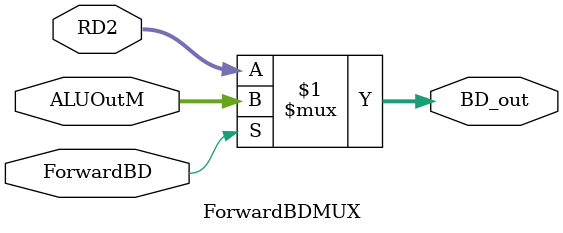
<source format=v>
module ForwardBDMUX(RD2, ALUOutM, ForwardBD, BD_out);
input [31:0] RD2, ALUOutM;
input ForwardBD;

output [31:0] BD_out;

assign BD_out = ForwardBD ? ALUOutM : RD2;

endmodule

</source>
